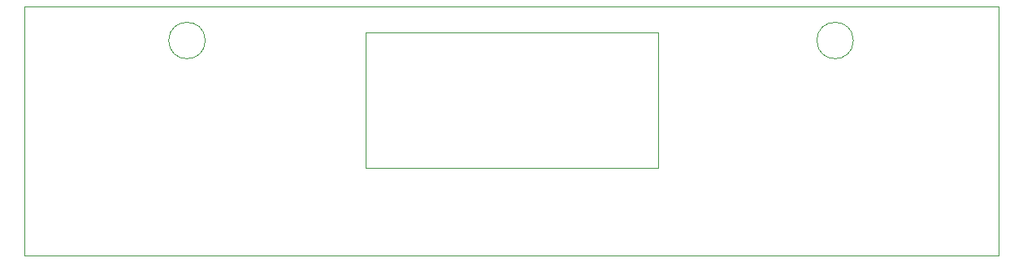
<source format=gm1>
G04 #@! TF.GenerationSoftware,KiCad,Pcbnew,(5.1.8)-1*
G04 #@! TF.CreationDate,2022-11-12T23:31:27+01:00*
G04 #@! TF.ProjectId,RetroPanel FP2,52657472-6f50-4616-9e65-6c204650322e,rev?*
G04 #@! TF.SameCoordinates,Original*
G04 #@! TF.FileFunction,Profile,NP*
%FSLAX46Y46*%
G04 Gerber Fmt 4.6, Leading zero omitted, Abs format (unit mm)*
G04 Created by KiCad (PCBNEW (5.1.8)-1) date 2022-11-12 23:31:27*
%MOMM*%
%LPD*%
G01*
G04 APERTURE LIST*
G04 #@! TA.AperFunction,Profile*
%ADD10C,0.050000*%
G04 #@! TD*
G04 APERTURE END LIST*
D10*
X135514000Y-82020000D02*
X165986000Y-82020000D01*
X135514000Y-96190000D02*
X135514000Y-82020000D01*
X165986000Y-96190000D02*
X135514000Y-96190000D01*
X165986000Y-82020000D02*
X165986000Y-96190000D01*
X186353000Y-82855000D02*
G75*
G03*
X186353000Y-82855000I-1900000J0D01*
G01*
X118820000Y-82855000D02*
G75*
G03*
X118820000Y-82855000I-1900000J0D01*
G01*
X201500000Y-79300000D02*
X201500000Y-105300000D01*
X101800000Y-79300000D02*
X100000000Y-79300000D01*
X178690000Y-79300000D02*
X201500000Y-79300000D01*
X100000000Y-79300000D02*
X100000000Y-105300000D01*
X173610000Y-79300000D02*
X150750000Y-79300000D01*
X127890000Y-79300000D02*
X150750000Y-79300000D01*
X122810000Y-79300000D02*
X101800000Y-79300000D01*
X178690000Y-79300000D02*
X173610000Y-79300000D01*
X127890000Y-79300000D02*
X122810000Y-79300000D01*
X100000000Y-105300000D02*
X201500000Y-105300000D01*
M02*

</source>
